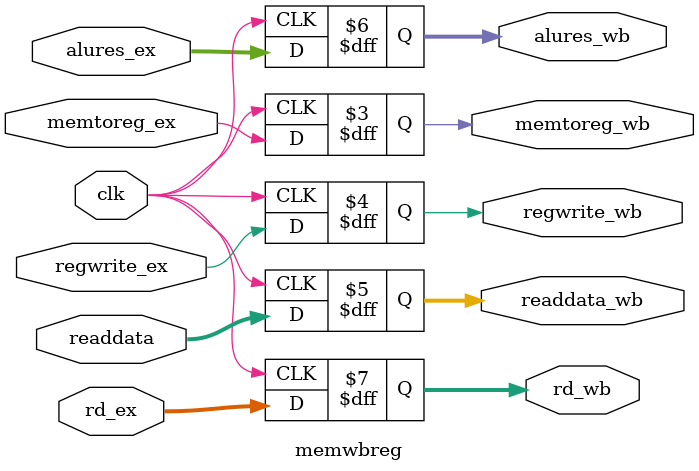
<source format=v>
module memwbreg(clk, readdata,    alures_ex, rd_ex, memtoreg_ex, regwrite_ex,
                     readdata_wb, alures_wb, rd_wb, memtoreg_wb, regwrite_wb);

    input clk, memtoreg_ex, regwrite_ex;
    input [31:0] readdata, alures_ex;
    input [4:0] rd_ex;

    output reg memtoreg_wb, regwrite_wb;
    output reg [31:0] readdata_wb, alures_wb;
    output reg [4:0]  rd_wb;

    initial 
    begin
        memtoreg_wb <= 0;
        alures_wb   <= 0;
        readdata_wb <= 0;
        rd_wb       <= 0; 
        regwrite_wb <= 0;
    end

    always @(posedge clk) 
    begin
        memtoreg_wb <= memtoreg_ex;
        alures_wb   <= alures_ex;
        readdata_wb <= readdata;
        rd_wb       <= rd_ex;
        regwrite_wb <= regwrite_ex;  
    end

endmodule
</source>
